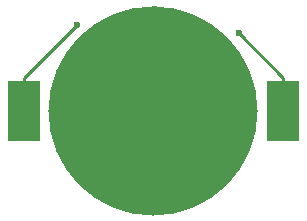
<source format=gbr>
G04 #@! TF.FileFunction,Copper,L2,Bot,Signal*
%FSLAX46Y46*%
G04 Gerber Fmt 4.6, Leading zero omitted, Abs format (unit mm)*
G04 Created by KiCad (PCBNEW 4.0.4-stable) date 10/20/17 11:10:49*
%MOMM*%
%LPD*%
G01*
G04 APERTURE LIST*
%ADD10C,0.100000*%
%ADD11R,2.790000X5.080000*%
%ADD12C,17.720000*%
%ADD13C,0.600000*%
%ADD14C,0.250000*%
G04 APERTURE END LIST*
D10*
D11*
X142020000Y-93060000D03*
D12*
X131040000Y-93060000D03*
D11*
X120060000Y-93060000D03*
D13*
X131170000Y-84400000D03*
X135100000Y-95570000D03*
X131720000Y-95570000D03*
X138250000Y-86460000D03*
X124540000Y-85790000D03*
D14*
X142020000Y-93060000D02*
X142020000Y-90230000D01*
X142020000Y-90230000D02*
X138250000Y-86460000D01*
X120060000Y-93060000D02*
X120060000Y-90270000D01*
X120060000Y-90270000D02*
X124540000Y-85790000D01*
M02*

</source>
